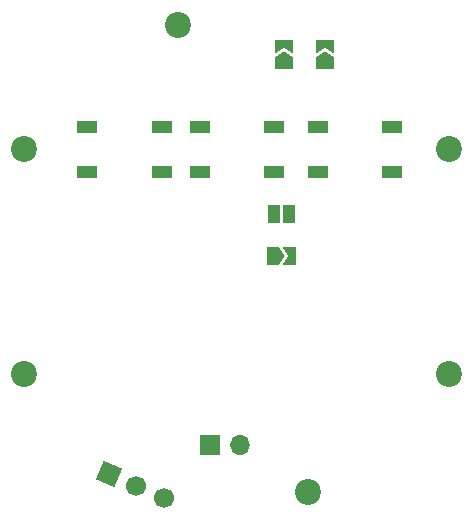
<source format=gbr>
%TF.GenerationSoftware,KiCad,Pcbnew,8.0.0*%
%TF.CreationDate,2024-05-13T13:59:27-05:00*%
%TF.ProjectId,GaussMouse_Sensor,47617573-734d-46f7-9573-655f53656e73,rev?*%
%TF.SameCoordinates,Original*%
%TF.FileFunction,Soldermask,Bot*%
%TF.FilePolarity,Negative*%
%FSLAX46Y46*%
G04 Gerber Fmt 4.6, Leading zero omitted, Abs format (unit mm)*
G04 Created by KiCad (PCBNEW 8.0.0) date 2024-05-13 13:59:27*
%MOMM*%
%LPD*%
G01*
G04 APERTURE LIST*
G04 Aperture macros list*
%AMHorizOval*
0 Thick line with rounded ends*
0 $1 width*
0 $2 $3 position (X,Y) of the first rounded end (center of the circle)*
0 $4 $5 position (X,Y) of the second rounded end (center of the circle)*
0 Add line between two ends*
20,1,$1,$2,$3,$4,$5,0*
0 Add two circle primitives to create the rounded ends*
1,1,$1,$2,$3*
1,1,$1,$4,$5*%
%AMRotRect*
0 Rectangle, with rotation*
0 The origin of the aperture is its center*
0 $1 length*
0 $2 width*
0 $3 Rotation angle, in degrees counterclockwise*
0 Add horizontal line*
21,1,$1,$2,0,0,$3*%
%AMFreePoly0*
4,1,6,1.000000,0.000000,0.500000,-0.750000,-0.500000,-0.750000,-0.500000,0.750000,0.500000,0.750000,1.000000,0.000000,1.000000,0.000000,$1*%
%AMFreePoly1*
4,1,6,0.500000,-0.750000,-0.650000,-0.750000,-0.150000,0.000000,-0.650000,0.750000,0.500000,0.750000,0.500000,-0.750000,0.500000,-0.750000,$1*%
G04 Aperture macros list end*
%ADD10R,1.700000X1.000000*%
%ADD11FreePoly0,0.000000*%
%ADD12FreePoly1,0.000000*%
%ADD13R,1.000000X1.500000*%
%ADD14FreePoly0,90.000000*%
%ADD15FreePoly1,90.000000*%
%ADD16R,1.700000X1.700000*%
%ADD17O,1.700000X1.700000*%
%ADD18RotRect,1.700000X1.700000X67.000000*%
%ADD19HorizOval,1.700000X0.000000X0.000000X0.000000X0.000000X0*%
%ADD20C,2.200000*%
G04 APERTURE END LIST*
D10*
%TO.C,SW3*%
X151150000Y-82600000D03*
X144850000Y-82600000D03*
X151150000Y-86400000D03*
X144850000Y-86400000D03*
%TD*%
%TO.C,SW2*%
X131650000Y-82600000D03*
X125350000Y-82600000D03*
X131650000Y-86400000D03*
X125350000Y-86400000D03*
%TD*%
%TO.C,SW1*%
X141150000Y-82600000D03*
X134850000Y-82600000D03*
X141150000Y-86400000D03*
X134850000Y-86400000D03*
%TD*%
D11*
%TO.C,JP8*%
X141050000Y-93500000D03*
D12*
X142500000Y-93500000D03*
%TD*%
D13*
%TO.C,JP7*%
X141125000Y-90000000D03*
X142425000Y-90000000D03*
%TD*%
D14*
%TO.C,JP6*%
X142000000Y-77225000D03*
D15*
X142000000Y-75775000D03*
%TD*%
D14*
%TO.C,JP5*%
X145500000Y-77225000D03*
D15*
X145500000Y-75775000D03*
%TD*%
D16*
%TO.C,J2*%
X135725000Y-109500000D03*
D17*
X138265000Y-109500000D03*
%TD*%
D18*
%TO.C,J1*%
X127161916Y-112007543D03*
D19*
X129500000Y-113000000D03*
X131838080Y-113992457D03*
%TD*%
D20*
%TO.C,H6*%
X133000000Y-74000000D03*
%TD*%
%TO.C,H5*%
X144000000Y-113500000D03*
%TD*%
%TO.C,H4*%
X156000000Y-103500000D03*
%TD*%
%TO.C,H3*%
X120000000Y-103500000D03*
%TD*%
%TO.C,H2*%
X120000000Y-84500000D03*
%TD*%
%TO.C,H1*%
X156000000Y-84500000D03*
%TD*%
M02*

</source>
